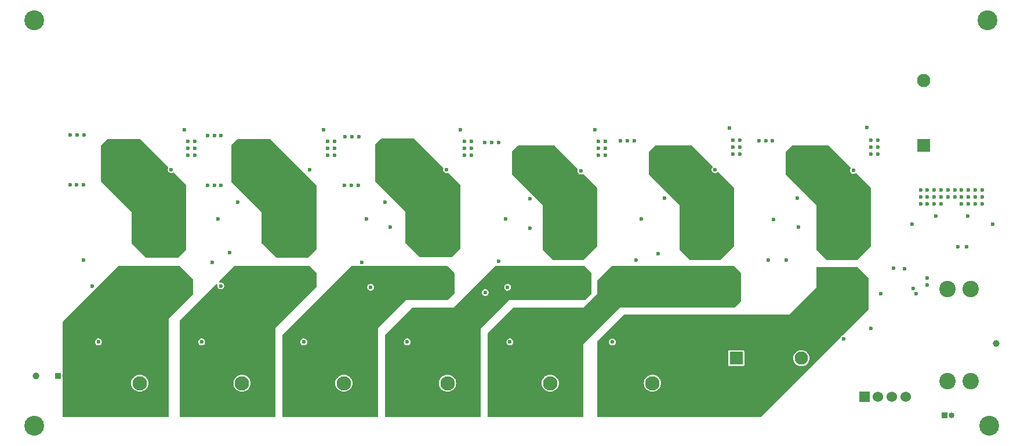
<source format=gbr>
%TF.GenerationSoftware,KiCad,Pcbnew,8.0.6*%
%TF.CreationDate,2025-03-19T11:29:43+02:00*%
%TF.ProjectId,UPD_PCB,5550445f-5043-4422-9e6b-696361645f70,1.1*%
%TF.SameCoordinates,Original*%
%TF.FileFunction,Copper,L4,Inr*%
%TF.FilePolarity,Positive*%
%FSLAX46Y46*%
G04 Gerber Fmt 4.6, Leading zero omitted, Abs format (unit mm)*
G04 Created by KiCad (PCBNEW 8.0.6) date 2025-03-19 11:29:43*
%MOMM*%
%LPD*%
G01*
G04 APERTURE LIST*
%TA.AperFunction,ComponentPad*%
%ADD10C,2.100000*%
%TD*%
%TA.AperFunction,ComponentPad*%
%ADD11C,2.900000*%
%TD*%
%TA.AperFunction,ComponentPad*%
%ADD12C,1.000000*%
%TD*%
%TA.AperFunction,ComponentPad*%
%ADD13C,1.950000*%
%TD*%
%TA.AperFunction,ComponentPad*%
%ADD14R,1.950000X1.950000*%
%TD*%
%TA.AperFunction,ComponentPad*%
%ADD15R,0.850000X0.850000*%
%TD*%
%TA.AperFunction,ComponentPad*%
%ADD16O,0.850000X0.850000*%
%TD*%
%TA.AperFunction,ComponentPad*%
%ADD17R,1.524000X1.524000*%
%TD*%
%TA.AperFunction,ComponentPad*%
%ADD18C,1.524000*%
%TD*%
%TA.AperFunction,ComponentPad*%
%ADD19C,2.400000*%
%TD*%
%TA.AperFunction,ViaPad*%
%ADD20C,0.600000*%
%TD*%
G04 APERTURE END LIST*
D10*
%TO.N,+12V_1_out*%
%TO.C,J6*%
X128050000Y-106019999D03*
%TO.N,GND*%
X133130000Y-106019999D03*
%TD*%
%TO.N,+16V_out*%
%TO.C,J5*%
X158050000Y-106020000D03*
%TO.N,GND*%
X163130000Y-106020000D03*
%TD*%
D11*
%TO.N,N/C*%
%TO.C,REF\u002A\u002A*%
X102800000Y-53000000D03*
%TD*%
D10*
%TO.N,+19V_out*%
%TO.C,J4*%
X173050001Y-106020000D03*
%TO.N,GND*%
X178130001Y-106020000D03*
%TD*%
D12*
%TO.N,GND*%
%TO.C,TP1*%
X103000000Y-105000000D03*
%TD*%
D13*
%TO.N,GND*%
%TO.C,J2*%
X232650000Y-61740001D03*
D14*
%TO.N,IP+*%
X232650000Y-71260001D03*
%TD*%
D15*
%TO.N,GND*%
%TO.C,J3*%
X106250000Y-105000000D03*
D16*
%TO.N,+5V_out*%
X107250000Y-105000000D03*
%TD*%
D12*
%TO.N,+5V_out*%
%TO.C,TP7*%
X120050000Y-98020000D03*
%TD*%
%TO.N,+24V_out*%
%TO.C,TP2*%
X195050000Y-98020000D03*
%TD*%
D14*
%TO.N,GND*%
%TO.C,J10*%
X205290000Y-102370000D03*
D13*
%TO.N,+42V_out*%
X214810000Y-102370000D03*
%TD*%
D12*
%TO.N,+12V_2_out*%
%TO.C,TP5*%
X150050000Y-98020000D03*
%TD*%
%TO.N,+16V_out*%
%TO.C,TP6*%
X165050000Y-98020000D03*
%TD*%
D17*
%TO.N,GND*%
%TO.C,J11*%
X224000000Y-108000000D03*
D18*
%TO.N,+5V_out*%
X226000001Y-108000000D03*
%TO.N,INA_SDA*%
X228000000Y-108000000D03*
%TO.N,INA_SCL*%
X230000000Y-108000000D03*
%TD*%
D12*
%TO.N,+12V_1_out*%
%TO.C,TP3*%
X135050000Y-98020000D03*
%TD*%
D11*
%TO.N,N/C*%
%TO.C,REF\u002A\u002A*%
X242200000Y-112200000D03*
%TD*%
D10*
%TO.N,+12V_2_out*%
%TO.C,J7*%
X142920000Y-106020000D03*
%TO.N,GND*%
X148000000Y-106020000D03*
%TD*%
D11*
%TO.N,N/C*%
%TO.C,REF\u002A\u002A*%
X102800000Y-112200000D03*
%TD*%
D15*
%TO.N,GND*%
%TO.C,J12*%
X235750001Y-110750000D03*
D16*
%TO.N,VIOUT*%
X236750001Y-110750000D03*
%TD*%
D12*
%TO.N,+42V_out*%
%TO.C,TP8*%
X243250000Y-100250000D03*
%TD*%
%TO.N,+19V_out*%
%TO.C,TP4*%
X180050000Y-98020000D03*
%TD*%
D11*
%TO.N,N/C*%
%TO.C,REF\u002A\u002A*%
X242000000Y-53000000D03*
%TD*%
D10*
%TO.N,+5V_out*%
%TO.C,J8*%
X113120001Y-106020000D03*
%TO.N,GND*%
X118200001Y-106020000D03*
%TD*%
%TO.N,+24V_out*%
%TO.C,J9*%
X187970000Y-106020000D03*
%TO.N,GND*%
X193050000Y-106020000D03*
%TD*%
D19*
%TO.N,+42V*%
%TO.C,J1*%
X239500000Y-92265000D03*
%TO.N,+42V_out*%
X239500000Y-105735000D03*
%TO.N,+42V*%
X236100000Y-92265000D03*
%TO.N,+42V_out*%
X236100000Y-105735000D03*
%TD*%
D20*
%TO.N,GND*%
X109034207Y-69760446D03*
X208600000Y-70600000D03*
X143000000Y-74800000D03*
X148200001Y-70000000D03*
X238949999Y-86050000D03*
X169600000Y-70800000D03*
X129077800Y-69840307D03*
X151915000Y-92000000D03*
X209600000Y-70600000D03*
X110034208Y-69760446D03*
X127227117Y-99997643D03*
X122800000Y-74800000D03*
X150076825Y-77099611D03*
X168600000Y-70800000D03*
X150200000Y-70000000D03*
X231108777Y-92200000D03*
X109000000Y-77000000D03*
X131280000Y-86920000D03*
X184632498Y-68970000D03*
X130010000Y-91800000D03*
X187200001Y-100000000D03*
X145032498Y-68969997D03*
X189400000Y-70600000D03*
X222400000Y-74912500D03*
X182600000Y-75000000D03*
X220990824Y-99520244D03*
X108034207Y-69760446D03*
X242699999Y-82800000D03*
X110000000Y-77000000D03*
X128081115Y-77081115D03*
X165032499Y-69000000D03*
X124682498Y-68950000D03*
X163000000Y-74800000D03*
X190400000Y-70600000D03*
X111280000Y-91800000D03*
X130081115Y-77081115D03*
X142136143Y-99992071D03*
X130077800Y-69840307D03*
X202200000Y-74800000D03*
X148076825Y-77099611D03*
X149200000Y-70000000D03*
X108000000Y-77000000D03*
X204294999Y-68720000D03*
X188400000Y-70600000D03*
X128077800Y-69840307D03*
X234449999Y-81550000D03*
X224407500Y-68657500D03*
X233170246Y-90675000D03*
X129081115Y-77081115D03*
X112162500Y-99991249D03*
X171915000Y-91999999D03*
X157250000Y-99991249D03*
X149076825Y-77099611D03*
X212590000Y-88000000D03*
X210600000Y-70600000D03*
X172250000Y-99991250D03*
X193887500Y-87087500D03*
X170600000Y-70800000D03*
%TO.N,+42V*%
X236199999Y-77800000D03*
X186200000Y-70700000D03*
X165600001Y-72700000D03*
X145600000Y-71699999D03*
X225000000Y-70500000D03*
X235199999Y-79799999D03*
X234200000Y-78800000D03*
X234199999Y-77800000D03*
X226000000Y-70500000D03*
X225000000Y-72500000D03*
X166600000Y-72700000D03*
X165600000Y-71700000D03*
X125200000Y-70700000D03*
X233199999Y-77799999D03*
X236199999Y-78800000D03*
X233199999Y-79800000D03*
X204800000Y-72500000D03*
X185200000Y-72700000D03*
X186200000Y-72700000D03*
X235199999Y-77800000D03*
X232200000Y-77799999D03*
X185200000Y-70700000D03*
X226000000Y-71500000D03*
X166600000Y-71700000D03*
X233199999Y-78800000D03*
X225000000Y-71499999D03*
X166600000Y-70700000D03*
X125200000Y-71700000D03*
X146600000Y-71699999D03*
X126200000Y-71700000D03*
X165600000Y-70700000D03*
X126200000Y-72700000D03*
X205800000Y-70500000D03*
X235199999Y-78800000D03*
X232199999Y-79800000D03*
X146600000Y-72700000D03*
X146600000Y-70700000D03*
X185200000Y-71700000D03*
X204800000Y-71499999D03*
X205800000Y-71500000D03*
X125200001Y-72700000D03*
X234200000Y-79799999D03*
X186200000Y-71700000D03*
X145600001Y-70700000D03*
X226000000Y-72500000D03*
X126200000Y-70700000D03*
X204800000Y-70500000D03*
X232199999Y-78800000D03*
X145600000Y-72700000D03*
X205800000Y-72500000D03*
%TO.N,+5V_out*%
X239121248Y-81628751D03*
X170645000Y-88200000D03*
X121740146Y-92276866D03*
X230949999Y-82800000D03*
X210000000Y-88000000D03*
X150645000Y-88400000D03*
X233170246Y-91675001D03*
X226399999Y-92954754D03*
X121740147Y-90276866D03*
X114837501Y-97519999D03*
X237699999Y-86050000D03*
X168630001Y-92770000D03*
X128740001Y-88400000D03*
X214400000Y-83200000D03*
X190645000Y-88000000D03*
X231599999Y-92954754D03*
X175200000Y-83400000D03*
X122740146Y-91276865D03*
X110010000Y-88000000D03*
X121740147Y-91276866D03*
X154800000Y-83200000D03*
X122740146Y-90276866D03*
%TO.N,IP+*%
X241199999Y-79800000D03*
X241199999Y-78800000D03*
X240199999Y-79799999D03*
X240199999Y-78800000D03*
X240199999Y-77800000D03*
X238199999Y-77799999D03*
X241200000Y-77799999D03*
X238199999Y-78800000D03*
X237199999Y-77799999D03*
X238199999Y-79800000D03*
X237199999Y-78800000D03*
X239199999Y-77800000D03*
X239200000Y-79800000D03*
X239200000Y-78800000D03*
%TO.N,INA_SDA*%
X228262500Y-89200000D03*
X229875000Y-89275000D03*
%TO.N,INA_SCL*%
X151318750Y-82000000D03*
X175168751Y-79013750D03*
X214200000Y-79000000D03*
X154000000Y-79575000D03*
X132481250Y-79551250D03*
X171600000Y-82000000D03*
X191400000Y-82000000D03*
X210700000Y-82100000D03*
X129600000Y-82000000D03*
X194800000Y-79000000D03*
%TO.N,+24V*%
X221483513Y-85000000D03*
X216000000Y-74000000D03*
X221483513Y-84000000D03*
X221483513Y-86000000D03*
X216000000Y-75000000D03*
X216000000Y-73000000D03*
X222483513Y-86000000D03*
X222483513Y-85000000D03*
X217000000Y-73000000D03*
X217000000Y-74000000D03*
X217000000Y-75000000D03*
%TO.N,+12V_1*%
X137000000Y-72000000D03*
X140483513Y-86000000D03*
X135999999Y-73000000D03*
X141483513Y-85000000D03*
X140483513Y-84000000D03*
X137000000Y-71000000D03*
X136000000Y-71000000D03*
X140483513Y-85000000D03*
X141483513Y-86000000D03*
X137000000Y-73000000D03*
X136000000Y-72000000D03*
%TO.N,+19V*%
X203050016Y-84965777D03*
X197000001Y-75000000D03*
X197000000Y-74000000D03*
X202050016Y-84965777D03*
X202050016Y-85965777D03*
X196000000Y-73999999D03*
X196000000Y-75000000D03*
X196000000Y-73000000D03*
X202050016Y-83965777D03*
X197000000Y-73000000D03*
X203050016Y-85965777D03*
%TO.N,+12V_2*%
X156000000Y-72000000D03*
X162269080Y-83941147D03*
X157000000Y-71000000D03*
X157000000Y-72000000D03*
X163269080Y-84941148D03*
X163269080Y-85941146D03*
X162269080Y-85941147D03*
X162269080Y-84941147D03*
X157000000Y-73000000D03*
X156000001Y-71000000D03*
X156000000Y-73000000D03*
%TO.N,+16V*%
X176000001Y-73000000D03*
X182312396Y-83908738D03*
X176000001Y-73999999D03*
X182312396Y-85908738D03*
X176000000Y-75000000D03*
X183312397Y-84908738D03*
X177000000Y-73999999D03*
X182312396Y-84908738D03*
X177000000Y-75000000D03*
X183312396Y-85908738D03*
X177000000Y-73000001D03*
%TO.N,+5V_NS*%
X121750000Y-83921959D03*
X117000001Y-73000000D03*
X116000000Y-73000000D03*
X117000000Y-71000000D03*
X116000000Y-72000000D03*
X116000000Y-71000000D03*
X122750000Y-85921959D03*
X121750000Y-85921958D03*
X121750000Y-84921959D03*
X122750000Y-84921959D03*
X117000000Y-72000000D03*
%TO.N,+24V_out*%
X221483513Y-91400000D03*
X222483514Y-90400000D03*
X221483513Y-92400000D03*
X221483513Y-90400000D03*
X190000000Y-97520000D03*
X222483514Y-91399999D03*
%TO.N,+12V_1_out*%
X141470567Y-90280581D03*
X140470567Y-92280581D03*
X140470567Y-90280581D03*
X140470567Y-91280580D03*
X129902118Y-97526393D03*
X141470567Y-91280581D03*
%TO.N,+19V_out*%
X175000000Y-97600000D03*
X203026068Y-90297736D03*
X202026068Y-91297736D03*
X202026068Y-90297736D03*
X202026069Y-92297736D03*
X203026068Y-91297736D03*
%TO.N,+12V_2_out*%
X144811143Y-97530820D03*
X163244211Y-90306474D03*
X162244212Y-90306474D03*
X162244212Y-91306474D03*
X162244211Y-92306474D03*
X163244211Y-91306473D03*
%TO.N,+16V_out*%
X182239014Y-92307606D03*
X183239014Y-90307606D03*
X182239014Y-91307606D03*
X182239014Y-90307606D03*
X183239014Y-91307606D03*
X159925001Y-97519999D03*
%TO.N,+42V_out*%
X225000000Y-98000001D03*
%TD*%
%TA.AperFunction,Conductor*%
%TO.N,+24V_out*%
G36*
X223015677Y-89019685D02*
G01*
X223036319Y-89036319D01*
X224563681Y-90563681D01*
X224597166Y-90625004D01*
X224600000Y-90651362D01*
X224600000Y-95188637D01*
X224580315Y-95255676D01*
X224563681Y-95276318D01*
X220787226Y-99052772D01*
X220766586Y-99069406D01*
X220659694Y-99138102D01*
X220659690Y-99138106D01*
X220565448Y-99246868D01*
X220565445Y-99246872D01*
X220551469Y-99277475D01*
X220526357Y-99313641D01*
X208876319Y-110963681D01*
X208814996Y-110997166D01*
X208788638Y-111000000D01*
X185124000Y-111000000D01*
X185056961Y-110980315D01*
X185011206Y-110927511D01*
X185000000Y-110876000D01*
X185000000Y-106019997D01*
X191794723Y-106019997D01*
X191794723Y-106020002D01*
X191813793Y-106237975D01*
X191813793Y-106237979D01*
X191870422Y-106449322D01*
X191870424Y-106449326D01*
X191870425Y-106449330D01*
X191916661Y-106548484D01*
X191962897Y-106647638D01*
X191962898Y-106647639D01*
X192088402Y-106826877D01*
X192243123Y-106981598D01*
X192422361Y-107107102D01*
X192620670Y-107199575D01*
X192832023Y-107256207D01*
X193014926Y-107272208D01*
X193049998Y-107275277D01*
X193050000Y-107275277D01*
X193050002Y-107275277D01*
X193078254Y-107272805D01*
X193267977Y-107256207D01*
X193479330Y-107199575D01*
X193677639Y-107107102D01*
X193856877Y-106981598D01*
X194011598Y-106826877D01*
X194137102Y-106647639D01*
X194229575Y-106449330D01*
X194286207Y-106237977D01*
X194305277Y-106020000D01*
X194286207Y-105802023D01*
X194229575Y-105590670D01*
X194137102Y-105392362D01*
X194137100Y-105392359D01*
X194137099Y-105392357D01*
X194011599Y-105213124D01*
X194011596Y-105213121D01*
X193856877Y-105058402D01*
X193677639Y-104932898D01*
X193677640Y-104932898D01*
X193677638Y-104932897D01*
X193578484Y-104886661D01*
X193479330Y-104840425D01*
X193479326Y-104840424D01*
X193479322Y-104840422D01*
X193267977Y-104783793D01*
X193050002Y-104764723D01*
X193049998Y-104764723D01*
X192904682Y-104777436D01*
X192832023Y-104783793D01*
X192832020Y-104783793D01*
X192620677Y-104840422D01*
X192620668Y-104840426D01*
X192422361Y-104932898D01*
X192422357Y-104932900D01*
X192243121Y-105058402D01*
X192088402Y-105213121D01*
X191962900Y-105392357D01*
X191962898Y-105392361D01*
X191870426Y-105590668D01*
X191870422Y-105590677D01*
X191813793Y-105802020D01*
X191813793Y-105802024D01*
X191794723Y-106019997D01*
X185000000Y-106019997D01*
X185000000Y-101375247D01*
X204114500Y-101375247D01*
X204114500Y-103364752D01*
X204126131Y-103423229D01*
X204126132Y-103423230D01*
X204170447Y-103489552D01*
X204236769Y-103533867D01*
X204236770Y-103533868D01*
X204295247Y-103545499D01*
X204295250Y-103545500D01*
X204295252Y-103545500D01*
X206284750Y-103545500D01*
X206284751Y-103545499D01*
X206299568Y-103542552D01*
X206343229Y-103533868D01*
X206343229Y-103533867D01*
X206343231Y-103533867D01*
X206409552Y-103489552D01*
X206453867Y-103423231D01*
X206453867Y-103423229D01*
X206453868Y-103423229D01*
X206465499Y-103364752D01*
X206465500Y-103364750D01*
X206465500Y-102369999D01*
X213629464Y-102369999D01*
X213629464Y-102370000D01*
X213649564Y-102586918D01*
X213649564Y-102586920D01*
X213649565Y-102586923D01*
X213709183Y-102796459D01*
X213806288Y-102991472D01*
X213937573Y-103165322D01*
X214098568Y-103312088D01*
X214098575Y-103312092D01*
X214098576Y-103312093D01*
X214283786Y-103426770D01*
X214283792Y-103426773D01*
X214306664Y-103435633D01*
X214486931Y-103505470D01*
X214701074Y-103545500D01*
X214701076Y-103545500D01*
X214918924Y-103545500D01*
X214918926Y-103545500D01*
X215133069Y-103505470D01*
X215336210Y-103426772D01*
X215521432Y-103312088D01*
X215682427Y-103165322D01*
X215813712Y-102991472D01*
X215910817Y-102796459D01*
X215970435Y-102586923D01*
X215990536Y-102370000D01*
X215970435Y-102153077D01*
X215910817Y-101943541D01*
X215813712Y-101748528D01*
X215682427Y-101574678D01*
X215521432Y-101427912D01*
X215521428Y-101427909D01*
X215521423Y-101427906D01*
X215336213Y-101313229D01*
X215336207Y-101313226D01*
X215251113Y-101280260D01*
X215133069Y-101234530D01*
X214918926Y-101194500D01*
X214701074Y-101194500D01*
X214486931Y-101234530D01*
X214445845Y-101250447D01*
X214283792Y-101313226D01*
X214283786Y-101313229D01*
X214098576Y-101427906D01*
X214098566Y-101427913D01*
X213937574Y-101574676D01*
X213806288Y-101748527D01*
X213709184Y-101943537D01*
X213649564Y-102153081D01*
X213629464Y-102369999D01*
X206465500Y-102369999D01*
X206465500Y-101375249D01*
X206465499Y-101375247D01*
X206453868Y-101316770D01*
X206453867Y-101316769D01*
X206409552Y-101250447D01*
X206343230Y-101206132D01*
X206343229Y-101206131D01*
X206284752Y-101194500D01*
X206284748Y-101194500D01*
X204295252Y-101194500D01*
X204295247Y-101194500D01*
X204236770Y-101206131D01*
X204236769Y-101206132D01*
X204170447Y-101250447D01*
X204126132Y-101316769D01*
X204126131Y-101316770D01*
X204114500Y-101375247D01*
X185000000Y-101375247D01*
X185000000Y-100000000D01*
X186694354Y-100000000D01*
X186714835Y-100142456D01*
X186774623Y-100273371D01*
X186774624Y-100273373D01*
X186868873Y-100382143D01*
X186989948Y-100459953D01*
X186989951Y-100459954D01*
X186989950Y-100459954D01*
X187128037Y-100500499D01*
X187128039Y-100500500D01*
X187128040Y-100500500D01*
X187271963Y-100500500D01*
X187271963Y-100500499D01*
X187410054Y-100459953D01*
X187531129Y-100382143D01*
X187625378Y-100273373D01*
X187685166Y-100142457D01*
X187705648Y-100000000D01*
X187685166Y-99857543D01*
X187625378Y-99726627D01*
X187531129Y-99617857D01*
X187410054Y-99540047D01*
X187410052Y-99540046D01*
X187410050Y-99540045D01*
X187410051Y-99540045D01*
X187271964Y-99499500D01*
X187271962Y-99499500D01*
X187128040Y-99499500D01*
X187128037Y-99499500D01*
X186989950Y-99540045D01*
X186868874Y-99617856D01*
X186774624Y-99726626D01*
X186774623Y-99726628D01*
X186714835Y-99857543D01*
X186694354Y-100000000D01*
X185000000Y-100000000D01*
X185000000Y-99951362D01*
X185019685Y-99884323D01*
X185036319Y-99863681D01*
X188863681Y-96036319D01*
X188925004Y-96002834D01*
X188951362Y-96000000D01*
X213000001Y-96000000D01*
X217000000Y-92000000D01*
X217000000Y-89124000D01*
X217019685Y-89056961D01*
X217072489Y-89011206D01*
X217124000Y-89000000D01*
X222948638Y-89000000D01*
X223015677Y-89019685D01*
G37*
%TD.AperFunction*%
%TD*%
%TA.AperFunction,Conductor*%
%TO.N,+16V_out*%
G36*
X183171178Y-88927291D02*
G01*
X183191820Y-88943925D01*
X184119182Y-89871287D01*
X184152667Y-89932610D01*
X184155501Y-89958968D01*
X184155501Y-92856244D01*
X184135816Y-92923283D01*
X184119182Y-92943925D01*
X183191820Y-93871287D01*
X183130497Y-93904772D01*
X183104139Y-93907606D01*
X172092393Y-93907606D01*
X168000000Y-97999999D01*
X168000000Y-110876000D01*
X167980315Y-110943039D01*
X167927511Y-110988794D01*
X167876000Y-111000000D01*
X154124000Y-111000000D01*
X154056961Y-110980315D01*
X154011206Y-110927511D01*
X154000000Y-110876000D01*
X154000000Y-106019997D01*
X161874723Y-106019997D01*
X161874723Y-106020002D01*
X161893793Y-106237975D01*
X161893793Y-106237979D01*
X161950422Y-106449322D01*
X161950424Y-106449326D01*
X161950425Y-106449330D01*
X161996661Y-106548484D01*
X162042897Y-106647638D01*
X162042898Y-106647639D01*
X162168402Y-106826877D01*
X162323123Y-106981598D01*
X162502361Y-107107102D01*
X162700670Y-107199575D01*
X162912023Y-107256207D01*
X163094926Y-107272208D01*
X163129998Y-107275277D01*
X163130000Y-107275277D01*
X163130002Y-107275277D01*
X163158254Y-107272805D01*
X163347977Y-107256207D01*
X163559330Y-107199575D01*
X163757639Y-107107102D01*
X163936877Y-106981598D01*
X164091598Y-106826877D01*
X164217102Y-106647639D01*
X164309575Y-106449330D01*
X164366207Y-106237977D01*
X164385277Y-106020000D01*
X164366207Y-105802023D01*
X164309575Y-105590670D01*
X164217102Y-105392362D01*
X164217100Y-105392359D01*
X164217099Y-105392357D01*
X164091599Y-105213124D01*
X164091596Y-105213121D01*
X163936877Y-105058402D01*
X163757639Y-104932898D01*
X163757640Y-104932898D01*
X163757638Y-104932897D01*
X163658484Y-104886661D01*
X163559330Y-104840425D01*
X163559326Y-104840424D01*
X163559322Y-104840422D01*
X163347977Y-104783793D01*
X163130002Y-104764723D01*
X163129998Y-104764723D01*
X162984682Y-104777436D01*
X162912023Y-104783793D01*
X162912020Y-104783793D01*
X162700677Y-104840422D01*
X162700668Y-104840426D01*
X162502361Y-104932898D01*
X162502357Y-104932900D01*
X162323121Y-105058402D01*
X162168402Y-105213121D01*
X162042900Y-105392357D01*
X162042898Y-105392361D01*
X161950426Y-105590668D01*
X161950422Y-105590677D01*
X161893793Y-105802020D01*
X161893793Y-105802024D01*
X161874723Y-106019997D01*
X154000000Y-106019997D01*
X154000000Y-99991249D01*
X156744353Y-99991249D01*
X156764834Y-100133705D01*
X156764835Y-100133707D01*
X156824623Y-100264622D01*
X156918872Y-100373392D01*
X157039947Y-100451202D01*
X157039950Y-100451203D01*
X157039949Y-100451203D01*
X157178036Y-100491748D01*
X157178038Y-100491749D01*
X157178039Y-100491749D01*
X157321962Y-100491749D01*
X157321962Y-100491748D01*
X157460053Y-100451202D01*
X157581128Y-100373392D01*
X157675377Y-100264622D01*
X157735165Y-100133706D01*
X157755647Y-99991249D01*
X157735165Y-99848792D01*
X157675377Y-99717876D01*
X157581128Y-99609106D01*
X157460053Y-99531296D01*
X157460051Y-99531295D01*
X157460049Y-99531294D01*
X157460050Y-99531294D01*
X157321963Y-99490749D01*
X157321961Y-99490749D01*
X157178039Y-99490749D01*
X157178036Y-99490749D01*
X157039949Y-99531294D01*
X156918873Y-99609105D01*
X156824623Y-99717875D01*
X156824622Y-99717877D01*
X156764834Y-99848792D01*
X156744353Y-99991249D01*
X154000000Y-99991249D01*
X154000000Y-99051362D01*
X154019685Y-98984323D01*
X154036319Y-98963681D01*
X157963681Y-95036319D01*
X158025004Y-95002834D01*
X158051362Y-95000000D01*
X164000000Y-95000000D01*
X166230000Y-92770000D01*
X168124354Y-92770000D01*
X168144835Y-92912456D01*
X168149780Y-92923283D01*
X168204624Y-93043373D01*
X168298873Y-93152143D01*
X168419948Y-93229953D01*
X168419951Y-93229954D01*
X168419950Y-93229954D01*
X168558037Y-93270499D01*
X168558039Y-93270500D01*
X168558040Y-93270500D01*
X168701963Y-93270500D01*
X168701963Y-93270499D01*
X168840054Y-93229953D01*
X168961129Y-93152143D01*
X169055378Y-93043373D01*
X169115166Y-92912457D01*
X169135648Y-92770000D01*
X169115166Y-92627543D01*
X169055378Y-92496627D01*
X168961129Y-92387857D01*
X168840054Y-92310047D01*
X168840052Y-92310046D01*
X168840050Y-92310045D01*
X168840051Y-92310045D01*
X168701964Y-92269500D01*
X168701962Y-92269500D01*
X168558040Y-92269500D01*
X168558037Y-92269500D01*
X168419950Y-92310045D01*
X168298874Y-92387856D01*
X168204624Y-92496626D01*
X168204623Y-92496628D01*
X168144835Y-92627543D01*
X168124354Y-92770000D01*
X166230000Y-92770000D01*
X167000001Y-91999999D01*
X171409353Y-91999999D01*
X171429834Y-92142455D01*
X171487855Y-92269500D01*
X171489623Y-92273372D01*
X171583872Y-92382142D01*
X171704947Y-92459952D01*
X171704950Y-92459953D01*
X171704949Y-92459953D01*
X171812107Y-92491416D01*
X171829855Y-92496628D01*
X171843036Y-92500498D01*
X171843038Y-92500499D01*
X171843039Y-92500499D01*
X171986962Y-92500499D01*
X171986962Y-92500498D01*
X172125053Y-92459952D01*
X172246128Y-92382142D01*
X172340377Y-92273372D01*
X172400165Y-92142456D01*
X172420647Y-91999999D01*
X172400165Y-91857542D01*
X172340377Y-91726626D01*
X172246128Y-91617856D01*
X172125053Y-91540046D01*
X172125051Y-91540045D01*
X172125049Y-91540044D01*
X172125050Y-91540044D01*
X171986963Y-91499499D01*
X171986961Y-91499499D01*
X171843039Y-91499499D01*
X171843036Y-91499499D01*
X171704949Y-91540044D01*
X171583873Y-91617855D01*
X171489623Y-91726625D01*
X171489622Y-91726627D01*
X171429834Y-91857542D01*
X171409353Y-91999999D01*
X167000001Y-91999999D01*
X169990000Y-89010000D01*
X169990000Y-89009996D01*
X169991166Y-89007183D01*
X170018046Y-88966953D01*
X170041077Y-88943923D01*
X170102401Y-88910439D01*
X170128756Y-88907606D01*
X183104139Y-88907606D01*
X183171178Y-88927291D01*
G37*
%TD.AperFunction*%
%TD*%
%TA.AperFunction,Conductor*%
%TO.N,+12V_2*%
G36*
X158268179Y-70294687D02*
G01*
X158288821Y-70311321D01*
X162491642Y-74514142D01*
X162525127Y-74575465D01*
X162520143Y-74645157D01*
X162516760Y-74653325D01*
X162514836Y-74657537D01*
X162514834Y-74657543D01*
X162494353Y-74800000D01*
X162514834Y-74942456D01*
X162574622Y-75073371D01*
X162574623Y-75073373D01*
X162668872Y-75182143D01*
X162789947Y-75259953D01*
X162789950Y-75259954D01*
X162789949Y-75259954D01*
X162928036Y-75300499D01*
X162928038Y-75300500D01*
X162928039Y-75300500D01*
X163071961Y-75300500D01*
X163160643Y-75274461D01*
X163230510Y-75274461D01*
X163283257Y-75305757D01*
X164963681Y-76986181D01*
X164997166Y-77047504D01*
X165000000Y-77073862D01*
X165000000Y-86354415D01*
X164980315Y-86421454D01*
X164963681Y-86442096D01*
X163839284Y-87566494D01*
X163777961Y-87599979D01*
X163751603Y-87602813D01*
X159149176Y-87602813D01*
X159082137Y-87583128D01*
X159061495Y-87566494D01*
X157036319Y-85541318D01*
X157002834Y-85479995D01*
X157000000Y-85453637D01*
X157000000Y-80928189D01*
X156999999Y-80928188D01*
X152586320Y-76514508D01*
X152552835Y-76453185D01*
X152550001Y-76426827D01*
X152550001Y-71221361D01*
X152569686Y-71154322D01*
X152586320Y-71133680D01*
X153408679Y-70311321D01*
X153470002Y-70277836D01*
X153496360Y-70275002D01*
X158201140Y-70275002D01*
X158268179Y-70294687D01*
G37*
%TD.AperFunction*%
%TD*%
%TA.AperFunction,Conductor*%
%TO.N,+12V_2_out*%
G36*
X163176376Y-88926159D02*
G01*
X163197018Y-88942793D01*
X164124379Y-89870154D01*
X164157864Y-89931477D01*
X164160698Y-89957835D01*
X164160698Y-92855112D01*
X164141013Y-92922151D01*
X164124379Y-92942793D01*
X163197018Y-93870155D01*
X163135695Y-93903640D01*
X163109337Y-93906474D01*
X157093525Y-93906474D01*
X153000000Y-97999999D01*
X153000000Y-110876000D01*
X152980315Y-110943039D01*
X152927511Y-110988794D01*
X152876000Y-111000000D01*
X139124000Y-111000000D01*
X139056961Y-110980315D01*
X139011206Y-110927511D01*
X139000000Y-110876000D01*
X139000000Y-106019997D01*
X146744723Y-106019997D01*
X146744723Y-106020002D01*
X146763793Y-106237975D01*
X146763793Y-106237979D01*
X146820422Y-106449322D01*
X146820424Y-106449326D01*
X146820425Y-106449330D01*
X146866661Y-106548484D01*
X146912897Y-106647638D01*
X146912898Y-106647639D01*
X147038402Y-106826877D01*
X147193123Y-106981598D01*
X147372361Y-107107102D01*
X147570670Y-107199575D01*
X147782023Y-107256207D01*
X147964926Y-107272208D01*
X147999998Y-107275277D01*
X148000000Y-107275277D01*
X148000002Y-107275277D01*
X148028254Y-107272805D01*
X148217977Y-107256207D01*
X148429330Y-107199575D01*
X148627639Y-107107102D01*
X148806877Y-106981598D01*
X148961598Y-106826877D01*
X149087102Y-106647639D01*
X149179575Y-106449330D01*
X149236207Y-106237977D01*
X149255277Y-106020000D01*
X149236207Y-105802023D01*
X149179575Y-105590670D01*
X149087102Y-105392362D01*
X149087100Y-105392359D01*
X149087099Y-105392357D01*
X148961599Y-105213124D01*
X148961596Y-105213121D01*
X148806877Y-105058402D01*
X148627639Y-104932898D01*
X148627640Y-104932898D01*
X148627638Y-104932897D01*
X148528484Y-104886661D01*
X148429330Y-104840425D01*
X148429326Y-104840424D01*
X148429322Y-104840422D01*
X148217977Y-104783793D01*
X148000002Y-104764723D01*
X147999998Y-104764723D01*
X147854682Y-104777436D01*
X147782023Y-104783793D01*
X147782020Y-104783793D01*
X147570677Y-104840422D01*
X147570668Y-104840426D01*
X147372361Y-104932898D01*
X147372357Y-104932900D01*
X147193121Y-105058402D01*
X147038402Y-105213121D01*
X146912900Y-105392357D01*
X146912898Y-105392361D01*
X146820426Y-105590668D01*
X146820422Y-105590677D01*
X146763793Y-105802020D01*
X146763793Y-105802024D01*
X146744723Y-106019997D01*
X139000000Y-106019997D01*
X139000000Y-99992071D01*
X141630496Y-99992071D01*
X141650977Y-100134527D01*
X141710391Y-100264622D01*
X141710766Y-100265444D01*
X141805015Y-100374214D01*
X141926090Y-100452024D01*
X141926093Y-100452025D01*
X141926092Y-100452025D01*
X142033250Y-100483488D01*
X142061382Y-100491749D01*
X142064179Y-100492570D01*
X142064181Y-100492571D01*
X142064182Y-100492571D01*
X142208105Y-100492571D01*
X142208105Y-100492570D01*
X142346196Y-100452024D01*
X142467271Y-100374214D01*
X142561520Y-100265444D01*
X142621308Y-100134528D01*
X142641790Y-99992071D01*
X142621308Y-99849614D01*
X142561520Y-99718698D01*
X142467271Y-99609928D01*
X142346196Y-99532118D01*
X142346194Y-99532117D01*
X142346192Y-99532116D01*
X142346193Y-99532116D01*
X142208106Y-99491571D01*
X142208104Y-99491571D01*
X142064182Y-99491571D01*
X142064179Y-99491571D01*
X141926092Y-99532116D01*
X141805016Y-99609927D01*
X141710766Y-99718697D01*
X141710765Y-99718699D01*
X141650977Y-99849614D01*
X141630496Y-99992071D01*
X139000000Y-99992071D01*
X139000000Y-99051362D01*
X139019685Y-98984323D01*
X139036319Y-98963681D01*
X146000000Y-92000000D01*
X151409353Y-92000000D01*
X151429834Y-92142456D01*
X151489622Y-92273371D01*
X151489623Y-92273373D01*
X151583872Y-92382143D01*
X151704947Y-92459953D01*
X151704950Y-92459954D01*
X151704949Y-92459954D01*
X151843036Y-92500499D01*
X151843038Y-92500500D01*
X151843039Y-92500500D01*
X151986962Y-92500500D01*
X151986962Y-92500499D01*
X152125053Y-92459953D01*
X152246128Y-92382143D01*
X152340377Y-92273373D01*
X152400165Y-92142457D01*
X152420647Y-92000000D01*
X152400165Y-91857543D01*
X152340377Y-91726627D01*
X152246128Y-91617857D01*
X152125053Y-91540047D01*
X152125051Y-91540046D01*
X152125049Y-91540045D01*
X152125050Y-91540045D01*
X151986963Y-91499500D01*
X151986961Y-91499500D01*
X151843039Y-91499500D01*
X151843036Y-91499500D01*
X151704949Y-91540045D01*
X151583873Y-91617856D01*
X151489623Y-91726626D01*
X151489622Y-91726628D01*
X151429834Y-91857543D01*
X151409353Y-92000000D01*
X146000000Y-92000000D01*
X149057207Y-88942793D01*
X149118530Y-88909308D01*
X149144888Y-88906474D01*
X163109337Y-88906474D01*
X163176376Y-88926159D01*
G37*
%TD.AperFunction*%
%TD*%
%TA.AperFunction,Conductor*%
%TO.N,+24V*%
G36*
X218790679Y-71294687D02*
G01*
X218811321Y-71311321D01*
X221969357Y-74469358D01*
X222002842Y-74530681D01*
X221997858Y-74600373D01*
X221979326Y-74631607D01*
X221979418Y-74631666D01*
X221977774Y-74634223D01*
X221975395Y-74638234D01*
X221974628Y-74639118D01*
X221974622Y-74639128D01*
X221914834Y-74770043D01*
X221894353Y-74912500D01*
X221914834Y-75054956D01*
X221974622Y-75185871D01*
X221974623Y-75185873D01*
X222068872Y-75294643D01*
X222189947Y-75372453D01*
X222189950Y-75372454D01*
X222189949Y-75372454D01*
X222328036Y-75412999D01*
X222328038Y-75413000D01*
X222328039Y-75413000D01*
X222471962Y-75413000D01*
X222471962Y-75412999D01*
X222610050Y-75372454D01*
X222610051Y-75372454D01*
X222610053Y-75372453D01*
X222685731Y-75323817D01*
X222752770Y-75304133D01*
X222819809Y-75323817D01*
X222840451Y-75340452D01*
X224963681Y-77463682D01*
X224997166Y-77525005D01*
X225000000Y-77551363D01*
X225000000Y-85948638D01*
X224980315Y-86015677D01*
X224963681Y-86036319D01*
X223036319Y-87963681D01*
X222974996Y-87997166D01*
X222948638Y-88000000D01*
X218546362Y-88000000D01*
X218479323Y-87980315D01*
X218458681Y-87963681D01*
X217036319Y-86541319D01*
X217002834Y-86479996D01*
X217000000Y-86453638D01*
X217000000Y-80000000D01*
X212586319Y-75586319D01*
X212552834Y-75524996D01*
X212550000Y-75498638D01*
X212550000Y-72221361D01*
X212569685Y-72154322D01*
X212586319Y-72133680D01*
X213408678Y-71311321D01*
X213470001Y-71277836D01*
X213496359Y-71275002D01*
X218723640Y-71275002D01*
X218790679Y-71294687D01*
G37*
%TD.AperFunction*%
%TD*%
%TA.AperFunction,Conductor*%
%TO.N,+12V_1_out*%
G36*
X143015677Y-88900266D02*
G01*
X143036319Y-88916900D01*
X143963681Y-89844262D01*
X143997166Y-89905585D01*
X144000000Y-89931943D01*
X144000000Y-91948637D01*
X143980315Y-92015676D01*
X143963681Y-92036318D01*
X138000000Y-98000000D01*
X138000000Y-110876000D01*
X137980315Y-110943039D01*
X137927511Y-110988794D01*
X137876000Y-111000000D01*
X124124000Y-111000000D01*
X124056961Y-110980315D01*
X124011206Y-110927511D01*
X124000000Y-110876000D01*
X124000000Y-106019996D01*
X131874723Y-106019996D01*
X131874723Y-106020001D01*
X131893793Y-106237974D01*
X131893793Y-106237978D01*
X131950422Y-106449321D01*
X131950424Y-106449325D01*
X131950425Y-106449329D01*
X131996661Y-106548483D01*
X132042897Y-106647637D01*
X132067998Y-106683485D01*
X132168402Y-106826876D01*
X132323123Y-106981597D01*
X132502361Y-107107101D01*
X132700670Y-107199574D01*
X132912023Y-107256206D01*
X133094926Y-107272207D01*
X133129998Y-107275276D01*
X133130000Y-107275276D01*
X133130002Y-107275276D01*
X133158254Y-107272804D01*
X133347977Y-107256206D01*
X133559330Y-107199574D01*
X133757639Y-107107101D01*
X133936877Y-106981597D01*
X134091598Y-106826876D01*
X134217102Y-106647638D01*
X134309575Y-106449329D01*
X134366207Y-106237976D01*
X134385277Y-106019999D01*
X134366207Y-105802022D01*
X134309575Y-105590669D01*
X134217102Y-105392361D01*
X134217100Y-105392358D01*
X134217099Y-105392356D01*
X134091599Y-105213123D01*
X134091596Y-105213120D01*
X133936877Y-105058401D01*
X133757642Y-104932899D01*
X133757638Y-104932896D01*
X133658484Y-104886660D01*
X133559330Y-104840424D01*
X133559326Y-104840423D01*
X133559322Y-104840421D01*
X133347977Y-104783792D01*
X133130002Y-104764722D01*
X133129998Y-104764722D01*
X132984682Y-104777435D01*
X132912023Y-104783792D01*
X132912020Y-104783792D01*
X132700677Y-104840421D01*
X132700668Y-104840425D01*
X132502361Y-104932897D01*
X132502357Y-104932899D01*
X132323121Y-105058401D01*
X132168402Y-105213120D01*
X132042900Y-105392356D01*
X132042898Y-105392360D01*
X131950426Y-105590667D01*
X131950422Y-105590676D01*
X131893793Y-105802019D01*
X131893793Y-105802023D01*
X131874723Y-106019996D01*
X124000000Y-106019996D01*
X124000000Y-99997643D01*
X126721470Y-99997643D01*
X126741951Y-100140099D01*
X126799195Y-100265444D01*
X126801740Y-100271016D01*
X126895989Y-100379786D01*
X127017064Y-100457596D01*
X127017067Y-100457597D01*
X127017066Y-100457597D01*
X127155153Y-100498142D01*
X127155155Y-100498143D01*
X127155156Y-100498143D01*
X127299079Y-100498143D01*
X127299079Y-100498142D01*
X127437170Y-100457596D01*
X127558245Y-100379786D01*
X127652494Y-100271016D01*
X127712282Y-100140100D01*
X127732764Y-99997643D01*
X127712282Y-99855186D01*
X127652494Y-99724270D01*
X127558245Y-99615500D01*
X127437170Y-99537690D01*
X127437168Y-99537689D01*
X127437166Y-99537688D01*
X127437167Y-99537688D01*
X127299080Y-99497143D01*
X127299078Y-99497143D01*
X127155156Y-99497143D01*
X127155153Y-99497143D01*
X127017066Y-99537688D01*
X126895990Y-99615499D01*
X126801740Y-99724269D01*
X126801739Y-99724271D01*
X126741951Y-99855186D01*
X126721470Y-99997643D01*
X124000000Y-99997643D01*
X124000000Y-96938859D01*
X124019685Y-96871820D01*
X124036319Y-96851178D01*
X129310914Y-91576582D01*
X129372235Y-91543099D01*
X129441927Y-91548083D01*
X129497860Y-91589955D01*
X129522277Y-91655419D01*
X129521331Y-91681911D01*
X129504353Y-91799999D01*
X129524834Y-91942456D01*
X129527657Y-91948637D01*
X129584623Y-92073373D01*
X129678872Y-92182143D01*
X129799947Y-92259953D01*
X129799950Y-92259954D01*
X129799949Y-92259954D01*
X129938036Y-92300499D01*
X129938038Y-92300500D01*
X129938039Y-92300500D01*
X130081962Y-92300500D01*
X130081962Y-92300499D01*
X130220053Y-92259953D01*
X130341128Y-92182143D01*
X130435377Y-92073373D01*
X130495165Y-91942457D01*
X130515647Y-91800000D01*
X130495165Y-91657543D01*
X130435377Y-91526627D01*
X130341128Y-91417857D01*
X130220053Y-91340047D01*
X130220051Y-91340046D01*
X130220049Y-91340045D01*
X130220050Y-91340045D01*
X130081963Y-91299500D01*
X130081961Y-91299500D01*
X129938039Y-91299500D01*
X129908636Y-91308133D01*
X129838766Y-91308132D01*
X129779989Y-91270356D01*
X129750965Y-91206800D01*
X129760909Y-91137642D01*
X129786019Y-91101477D01*
X131970597Y-88916900D01*
X132031920Y-88883415D01*
X132058278Y-88880581D01*
X142948638Y-88880581D01*
X143015677Y-88900266D01*
G37*
%TD.AperFunction*%
%TD*%
%TA.AperFunction,Conductor*%
%TO.N,+19V*%
G36*
X198790679Y-71294687D02*
G01*
X198811321Y-71311321D01*
X201809978Y-74309978D01*
X201843463Y-74371301D01*
X201838479Y-74440993D01*
X201816011Y-74478860D01*
X201774625Y-74526622D01*
X201774622Y-74526628D01*
X201714834Y-74657543D01*
X201694353Y-74800000D01*
X201714834Y-74942456D01*
X201774622Y-75073371D01*
X201774623Y-75073373D01*
X201868872Y-75182143D01*
X201989947Y-75259953D01*
X201989950Y-75259954D01*
X201989949Y-75259954D01*
X202128036Y-75300499D01*
X202128038Y-75300500D01*
X202128039Y-75300500D01*
X202271962Y-75300500D01*
X202271962Y-75300499D01*
X202410053Y-75259953D01*
X202513192Y-75193670D01*
X202538590Y-75177348D01*
X202540571Y-75180431D01*
X202588331Y-75158615D01*
X202657490Y-75168552D01*
X202693670Y-75193670D01*
X204963681Y-77463681D01*
X204997166Y-77525004D01*
X205000000Y-77551362D01*
X205000000Y-85948638D01*
X204980315Y-86015677D01*
X204963681Y-86036319D01*
X203036319Y-87963681D01*
X202974996Y-87997166D01*
X202948638Y-88000000D01*
X198546362Y-88000000D01*
X198479323Y-87980315D01*
X198458681Y-87963681D01*
X197036319Y-86541319D01*
X197002834Y-86479996D01*
X197000000Y-86453638D01*
X197000000Y-85948638D01*
X197000001Y-80000000D01*
X192586319Y-75586318D01*
X192552834Y-75524995D01*
X192550000Y-75498637D01*
X192550000Y-72221361D01*
X192569685Y-72154322D01*
X192586319Y-72133680D01*
X193408678Y-71311321D01*
X193470001Y-71277836D01*
X193496359Y-71275002D01*
X198723640Y-71275002D01*
X198790679Y-71294687D01*
G37*
%TD.AperFunction*%
%TD*%
%TA.AperFunction,Conductor*%
%TO.N,+5V_out*%
G36*
X124015677Y-88896551D02*
G01*
X124036319Y-88913185D01*
X125963681Y-90840547D01*
X125997166Y-90901870D01*
X126000000Y-90928228D01*
X126000000Y-92948637D01*
X125980315Y-93015676D01*
X125963681Y-93036318D01*
X122400000Y-96599998D01*
X122400000Y-110876000D01*
X122380315Y-110943039D01*
X122327511Y-110988794D01*
X122276000Y-111000000D01*
X107084000Y-111000000D01*
X107016961Y-110980315D01*
X106971206Y-110927511D01*
X106960000Y-110876000D01*
X106960000Y-106019997D01*
X116944724Y-106019997D01*
X116944724Y-106020002D01*
X116963794Y-106237975D01*
X116963794Y-106237979D01*
X117020423Y-106449322D01*
X117020425Y-106449326D01*
X117020426Y-106449330D01*
X117066662Y-106548484D01*
X117112898Y-106647638D01*
X117112899Y-106647639D01*
X117238403Y-106826877D01*
X117393124Y-106981598D01*
X117572362Y-107107102D01*
X117770671Y-107199575D01*
X117982024Y-107256207D01*
X118164927Y-107272208D01*
X118199999Y-107275277D01*
X118200001Y-107275277D01*
X118200003Y-107275277D01*
X118228255Y-107272805D01*
X118417978Y-107256207D01*
X118629331Y-107199575D01*
X118827640Y-107107102D01*
X119006878Y-106981598D01*
X119161599Y-106826877D01*
X119287103Y-106647639D01*
X119379576Y-106449330D01*
X119436208Y-106237977D01*
X119455278Y-106020000D01*
X119436208Y-105802023D01*
X119379576Y-105590670D01*
X119287103Y-105392362D01*
X119287101Y-105392359D01*
X119287100Y-105392357D01*
X119161600Y-105213124D01*
X119161597Y-105213121D01*
X119006878Y-105058402D01*
X118827640Y-104932898D01*
X118827641Y-104932898D01*
X118827639Y-104932897D01*
X118728485Y-104886661D01*
X118629331Y-104840425D01*
X118629327Y-104840424D01*
X118629323Y-104840422D01*
X118417978Y-104783793D01*
X118200003Y-104764723D01*
X118199999Y-104764723D01*
X118054683Y-104777436D01*
X117982024Y-104783793D01*
X117982021Y-104783793D01*
X117770678Y-104840422D01*
X117770669Y-104840426D01*
X117572362Y-104932898D01*
X117572358Y-104932900D01*
X117393122Y-105058402D01*
X117238403Y-105213121D01*
X117112901Y-105392357D01*
X117112899Y-105392361D01*
X117020427Y-105590668D01*
X117020423Y-105590677D01*
X116963794Y-105802020D01*
X116963794Y-105802024D01*
X116944724Y-106019997D01*
X106960000Y-106019997D01*
X106960000Y-99991249D01*
X111656853Y-99991249D01*
X111677334Y-100133705D01*
X111737122Y-100264620D01*
X111737123Y-100264622D01*
X111831372Y-100373392D01*
X111952447Y-100451202D01*
X111952450Y-100451203D01*
X111952449Y-100451203D01*
X112090536Y-100491748D01*
X112090538Y-100491749D01*
X112090539Y-100491749D01*
X112234462Y-100491749D01*
X112234462Y-100491748D01*
X112372553Y-100451202D01*
X112493628Y-100373392D01*
X112587877Y-100264622D01*
X112647665Y-100133706D01*
X112668147Y-99991249D01*
X112647665Y-99848792D01*
X112587877Y-99717876D01*
X112493628Y-99609106D01*
X112372553Y-99531296D01*
X112372551Y-99531295D01*
X112372549Y-99531294D01*
X112372550Y-99531294D01*
X112234463Y-99490749D01*
X112234461Y-99490749D01*
X112090539Y-99490749D01*
X112090536Y-99490749D01*
X111952449Y-99531294D01*
X111831373Y-99609105D01*
X111737123Y-99717875D01*
X111737122Y-99717877D01*
X111677334Y-99848792D01*
X111656853Y-99991249D01*
X106960000Y-99991249D01*
X106960000Y-97091362D01*
X106979685Y-97024323D01*
X106996319Y-97003681D01*
X115086815Y-88913185D01*
X115148138Y-88879700D01*
X115174496Y-88876866D01*
X123948638Y-88876866D01*
X124015677Y-88896551D01*
G37*
%TD.AperFunction*%
%TD*%
%TA.AperFunction,Conductor*%
%TO.N,+5V_NS*%
G36*
X118268179Y-70366498D02*
G01*
X118288821Y-70383132D01*
X122331831Y-74426142D01*
X122365316Y-74487465D01*
X122360332Y-74557157D01*
X122356945Y-74565333D01*
X122314834Y-74657543D01*
X122294353Y-74800000D01*
X122314834Y-74942456D01*
X122374622Y-75073371D01*
X122374623Y-75073373D01*
X122468872Y-75182143D01*
X122589947Y-75259953D01*
X122589950Y-75259954D01*
X122589949Y-75259954D01*
X122728036Y-75300499D01*
X122728038Y-75300500D01*
X122728039Y-75300500D01*
X122871962Y-75300500D01*
X122871962Y-75300499D01*
X123010050Y-75259954D01*
X123010051Y-75259954D01*
X123010053Y-75259953D01*
X123020704Y-75253107D01*
X123087741Y-75233420D01*
X123154782Y-75253101D01*
X123175428Y-75269739D01*
X124963681Y-77057992D01*
X124997166Y-77119315D01*
X125000000Y-77145673D01*
X125000000Y-86426227D01*
X124980315Y-86493266D01*
X124963681Y-86513908D01*
X123839284Y-87638305D01*
X123777961Y-87671790D01*
X123751603Y-87674624D01*
X119149175Y-87674624D01*
X119082136Y-87654939D01*
X119061494Y-87638305D01*
X117036319Y-85613130D01*
X117002834Y-85551807D01*
X117000000Y-85525449D01*
X117000000Y-81000000D01*
X112586319Y-76586319D01*
X112552834Y-76524996D01*
X112550000Y-76498638D01*
X112550000Y-71293172D01*
X112569685Y-71226133D01*
X112586319Y-71205491D01*
X113408678Y-70383132D01*
X113470001Y-70349647D01*
X113496359Y-70346813D01*
X118201140Y-70346813D01*
X118268179Y-70366498D01*
G37*
%TD.AperFunction*%
%TD*%
%TA.AperFunction,Conductor*%
%TO.N,+19V_out*%
G36*
X205015677Y-88917421D02*
G01*
X205036319Y-88934055D01*
X205963681Y-89861417D01*
X205997166Y-89922740D01*
X206000000Y-89949098D01*
X206000000Y-93948637D01*
X205980315Y-94015676D01*
X205963681Y-94036318D01*
X205036319Y-94963681D01*
X204974996Y-94997166D01*
X204948638Y-95000000D01*
X188264999Y-95000000D01*
X183000001Y-100264999D01*
X183000000Y-100265000D01*
X183000000Y-110876000D01*
X182980315Y-110943039D01*
X182927511Y-110988794D01*
X182876000Y-111000000D01*
X169124000Y-111000000D01*
X169056961Y-110980315D01*
X169011206Y-110927511D01*
X169000000Y-110876000D01*
X169000000Y-106019997D01*
X176874724Y-106019997D01*
X176874724Y-106020002D01*
X176893794Y-106237975D01*
X176893794Y-106237979D01*
X176950423Y-106449322D01*
X176950425Y-106449326D01*
X176950426Y-106449330D01*
X176996662Y-106548484D01*
X177042898Y-106647638D01*
X177042899Y-106647639D01*
X177168403Y-106826877D01*
X177323124Y-106981598D01*
X177502362Y-107107102D01*
X177700671Y-107199575D01*
X177912024Y-107256207D01*
X178094927Y-107272208D01*
X178129999Y-107275277D01*
X178130001Y-107275277D01*
X178130003Y-107275277D01*
X178158255Y-107272805D01*
X178347978Y-107256207D01*
X178559331Y-107199575D01*
X178757640Y-107107102D01*
X178936878Y-106981598D01*
X179091599Y-106826877D01*
X179217103Y-106647639D01*
X179309576Y-106449330D01*
X179366208Y-106237977D01*
X179385278Y-106020000D01*
X179366208Y-105802023D01*
X179309576Y-105590670D01*
X179217103Y-105392362D01*
X179217101Y-105392359D01*
X179217100Y-105392357D01*
X179091600Y-105213124D01*
X179091597Y-105213121D01*
X178936878Y-105058402D01*
X178757640Y-104932898D01*
X178757641Y-104932898D01*
X178757639Y-104932897D01*
X178658485Y-104886661D01*
X178559331Y-104840425D01*
X178559327Y-104840424D01*
X178559323Y-104840422D01*
X178347978Y-104783793D01*
X178130003Y-104764723D01*
X178129999Y-104764723D01*
X177984683Y-104777436D01*
X177912024Y-104783793D01*
X177912021Y-104783793D01*
X177700678Y-104840422D01*
X177700669Y-104840426D01*
X177502362Y-104932898D01*
X177502358Y-104932900D01*
X177323122Y-105058402D01*
X177168403Y-105213121D01*
X177042901Y-105392357D01*
X177042899Y-105392361D01*
X176950427Y-105590668D01*
X176950423Y-105590677D01*
X176893794Y-105802020D01*
X176893794Y-105802024D01*
X176874724Y-106019997D01*
X169000000Y-106019997D01*
X169000000Y-99991250D01*
X171744353Y-99991250D01*
X171764834Y-100133706D01*
X171768831Y-100142457D01*
X171824623Y-100264623D01*
X171918872Y-100373393D01*
X172039947Y-100451203D01*
X172039950Y-100451204D01*
X172039949Y-100451204D01*
X172178036Y-100491749D01*
X172178038Y-100491750D01*
X172178039Y-100491750D01*
X172321962Y-100491750D01*
X172321962Y-100491749D01*
X172460053Y-100451203D01*
X172581128Y-100373393D01*
X172675377Y-100264623D01*
X172735165Y-100133707D01*
X172755647Y-99991250D01*
X172735165Y-99848793D01*
X172675377Y-99717877D01*
X172581128Y-99609107D01*
X172460053Y-99531297D01*
X172460051Y-99531296D01*
X172460049Y-99531295D01*
X172460050Y-99531295D01*
X172321963Y-99490750D01*
X172321961Y-99490750D01*
X172178039Y-99490750D01*
X172178036Y-99490750D01*
X172039949Y-99531295D01*
X171918873Y-99609106D01*
X171824623Y-99717876D01*
X171824622Y-99717878D01*
X171764834Y-99848793D01*
X171744353Y-99991250D01*
X169000000Y-99991250D01*
X169000000Y-98766362D01*
X169019685Y-98699323D01*
X169036319Y-98678681D01*
X172678681Y-95036319D01*
X172740004Y-95002834D01*
X172766362Y-95000000D01*
X183000000Y-95000000D01*
X185000000Y-93000000D01*
X185000000Y-91051362D01*
X185019685Y-90984323D01*
X185036319Y-90963681D01*
X187065945Y-88934055D01*
X187127268Y-88900570D01*
X187153626Y-88897736D01*
X204948638Y-88897736D01*
X205015677Y-88917421D01*
G37*
%TD.AperFunction*%
%TD*%
%TA.AperFunction,Conductor*%
%TO.N,+12V_1*%
G36*
X137268180Y-70366498D02*
G01*
X137288822Y-70383132D01*
X143963681Y-77057991D01*
X143997166Y-77119314D01*
X144000000Y-77145672D01*
X144000000Y-86426226D01*
X143980315Y-86493265D01*
X143963681Y-86513907D01*
X142839284Y-87638305D01*
X142777961Y-87671790D01*
X142751603Y-87674624D01*
X138149175Y-87674624D01*
X138082136Y-87654939D01*
X138061494Y-87638305D01*
X136036319Y-85613130D01*
X136002834Y-85551807D01*
X136000000Y-85525449D01*
X136000000Y-81000000D01*
X131586319Y-76586319D01*
X131552834Y-76524996D01*
X131550000Y-76498638D01*
X131550000Y-71293172D01*
X131569685Y-71226133D01*
X131586319Y-71205491D01*
X132408678Y-70383132D01*
X132470001Y-70349647D01*
X132496359Y-70346813D01*
X137201141Y-70346813D01*
X137268180Y-70366498D01*
G37*
%TD.AperFunction*%
%TD*%
%TA.AperFunction,Conductor*%
%TO.N,+16V*%
G36*
X178790679Y-71294687D02*
G01*
X178811321Y-71311321D01*
X182130048Y-74630048D01*
X182163533Y-74691371D01*
X182158549Y-74761063D01*
X182155161Y-74769240D01*
X182114835Y-74857541D01*
X182114834Y-74857542D01*
X182094353Y-75000000D01*
X182114834Y-75142456D01*
X182174622Y-75273371D01*
X182174623Y-75273373D01*
X182268872Y-75382143D01*
X182389947Y-75459953D01*
X182389950Y-75459954D01*
X182389949Y-75459954D01*
X182528036Y-75500499D01*
X182528038Y-75500500D01*
X182528039Y-75500500D01*
X182671962Y-75500500D01*
X182671962Y-75500499D01*
X182810053Y-75459953D01*
X182817242Y-75455332D01*
X182884280Y-75435646D01*
X182951320Y-75455328D01*
X182971965Y-75471965D01*
X184963681Y-77463681D01*
X184997166Y-77525004D01*
X185000000Y-77551362D01*
X185000000Y-85948638D01*
X184980315Y-86015677D01*
X184963681Y-86036319D01*
X183036319Y-87963681D01*
X182974996Y-87997166D01*
X182948638Y-88000000D01*
X178546362Y-88000000D01*
X178479323Y-87980315D01*
X178458681Y-87963681D01*
X177036319Y-86541319D01*
X177002834Y-86479996D01*
X177000000Y-86453638D01*
X177000000Y-80000000D01*
X172586319Y-75586319D01*
X172552834Y-75524996D01*
X172550000Y-75498638D01*
X172550000Y-72221361D01*
X172569685Y-72154322D01*
X172586319Y-72133680D01*
X173408678Y-71311321D01*
X173470001Y-71277836D01*
X173496359Y-71275002D01*
X178723640Y-71275002D01*
X178790679Y-71294687D01*
G37*
%TD.AperFunction*%
%TD*%
M02*

</source>
